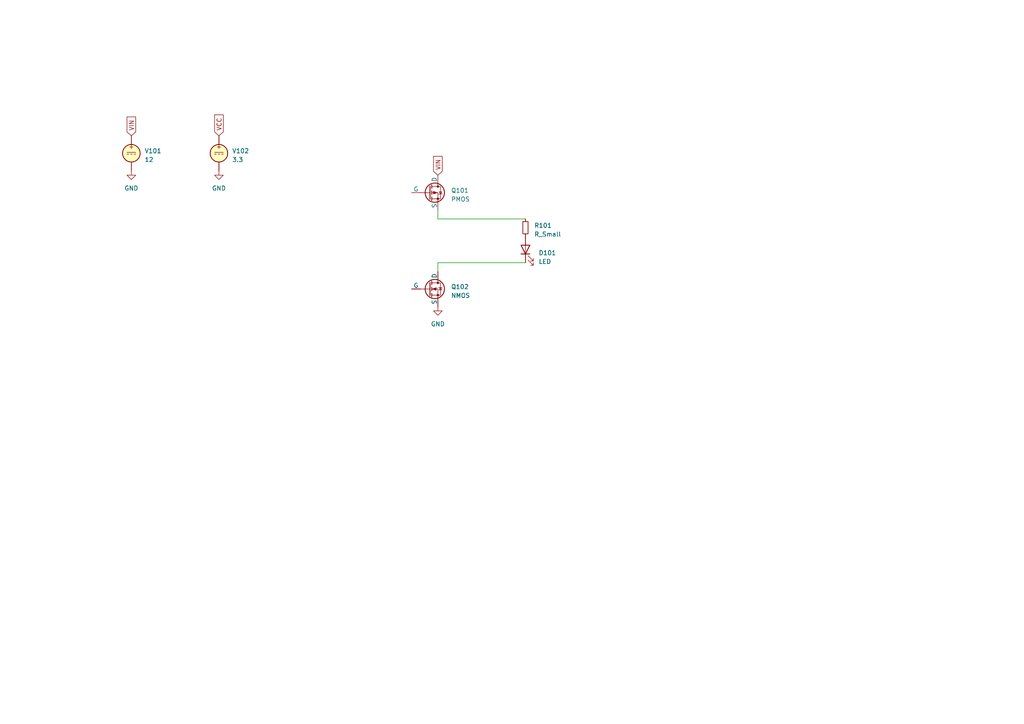
<source format=kicad_sch>
(kicad_sch (version 20230121) (generator eeschema)
  (paper "A4")
  (lib_symbols
    (symbol "Device:LED" (pin_numbers hide) (pin_names (offset 1.016) hide)
      (property "Reference" "D" (at 0 2.54 0))
      (property "Value" "LED" (at 0 -2.54 0))
      (symbol "LED_0_1"
        (polyline (pts (xy -1.27 -1.27) (xy -1.27 1.27)) (stroke (width 0.254)))
        (polyline (pts (xy -1.27 0) (xy 1.27 0)))
        (polyline (pts (xy 1.27 -1.27) (xy 1.27 1.27) (xy -1.27 0) (xy 1.27 -1.27)) (stroke (width 0.254)))
        (polyline (pts (xy -3.048 -0.762) (xy -4.572 -2.286) (xy -3.81 -2.286) (xy -4.572 -2.286) (xy -4.572 -1.524)))
        (polyline (pts (xy -1.778 -0.762) (xy -3.302 -2.286) (xy -2.54 -2.286) (xy -3.302 -2.286) (xy -3.302 -1.524)))
      )
      (symbol "LED_1_1"
        (pin passive line (at -3.81 0 0) (length 2.54) (name "K") (number "1"))
        (pin passive line (at 3.81 0 180) (length 2.54) (name "A") (number "2"))
      )
    )
    (symbol "Device:R_Small" (pin_numbers hide) (pin_names (offset 0.254) hide)
      (property "Reference" "R" (at 0.762 0.508 0))
      (property "Value" "R_Small" (at 0.762 -1.016 0))
      (symbol "R_Small_0_1"
        (rectangle (start -0.762 1.778) (end 0.762 -1.778) (stroke (width 0.2032)))
      )
      (symbol "R_Small_1_1"
        (pin passive line (at 0 2.54 270) (length 0.762) (name "~") (number "1"))
        (pin passive line (at 0 -2.54 90) (length 0.762) (name "~") (number "2"))
      )
    )
    (symbol "Simulation_SPICE:NMOS" (pin_numbers hide) (pin_names (offset 0))
      (property "Reference" "Q" (at 5.08 1.27 0))
      (property "Value" "NMOS" (at 5.08 -1.27 0))
      (symbol "NMOS_0_1"
        (polyline (pts (xy 0.254 0) (xy -2.54 0)))
        (polyline (pts (xy 0.254 1.905) (xy 0.254 -1.905)) (stroke (width 0.254)))
        (polyline (pts (xy 0.762 -1.27) (xy 0.762 -2.286)) (stroke (width 0.254)))
        (polyline (pts (xy 0.762 0.508) (xy 0.762 -0.508)) (stroke (width 0.254)))
        (polyline (pts (xy 0.762 2.286) (xy 0.762 1.27)) (stroke (width 0.254)))
        (polyline (pts (xy 2.54 2.54) (xy 2.54 1.778)))
        (polyline (pts (xy 2.54 -2.54) (xy 2.54 0) (xy 0.762 0)))
        (polyline (pts (xy 0.762 -1.778) (xy 3.302 -1.778) (xy 3.302 1.778) (xy 0.762 1.778)))
        (polyline (pts (xy 1.016 0) (xy 2.032 0.381) (xy 2.032 -0.381) (xy 1.016 0)) (fill (type outline)))
        (polyline (pts (xy 2.794 0.508) (xy 2.921 0.381) (xy 3.683 0.381) (xy 3.81 0.254)))
        (polyline (pts (xy 3.302 0.381) (xy 2.921 -0.254) (xy 3.683 -0.254) (xy 3.302 0.381)))
        (circle (center 1.651 0) (radius 2.794) (stroke (width 0.254)))
        (circle (center 2.54 -1.778) (radius 0.254) (fill (type outline)))
        (circle (center 2.54 1.778) (radius 0.254) (fill (type outline)))
      )
      (symbol "NMOS_1_1"
        (pin passive line (at 2.54 5.08 270) (length 2.54) (name "D") (number "1"))
        (pin input line (at -5.08 0 0) (length 2.54) (name "G") (number "2"))
        (pin passive line (at 2.54 -5.08 90) (length 2.54) (name "S") (number "3"))
      )
    )
    (symbol "Simulation_SPICE:PMOS" (pin_numbers hide) (pin_names (offset 0))
      (property "Reference" "Q" (at 5.08 1.27 0))
      (property "Value" "PMOS" (at 5.08 -1.27 0))
      (symbol "PMOS_0_1"
        (polyline (pts (xy 0.254 0) (xy -2.54 0)))
        (polyline (pts (xy 0.254 1.905) (xy 0.254 -1.905)) (stroke (width 0.254)))
        (polyline (pts (xy 0.762 -1.27) (xy 0.762 -2.286)) (stroke (width 0.254)))
        (polyline (pts (xy 0.762 0.508) (xy 0.762 -0.508)) (stroke (width 0.254)))
        (polyline (pts (xy 0.762 2.286) (xy 0.762 1.27)) (stroke (width 0.254)))
        (polyline (pts (xy 2.54 2.54) (xy 2.54 1.778)))
        (polyline (pts (xy 2.54 -2.54) (xy 2.54 0) (xy 0.762 0)))
        (polyline (pts (xy 0.762 1.778) (xy 3.302 1.778) (xy 3.302 -1.778) (xy 0.762 -1.778)))
        (polyline (pts (xy 2.286 0) (xy 1.27 0.381) (xy 1.27 -0.381) (xy 2.286 0)) (fill (type outline)))
        (polyline (pts (xy 2.794 -0.508) (xy 2.921 -0.381) (xy 3.683 -0.381) (xy 3.81 -0.254)))
        (polyline (pts (xy 3.302 -0.381) (xy 2.921 0.254) (xy 3.683 0.254) (xy 3.302 -0.381)))
        (circle (center 1.651 0) (radius 2.794) (stroke (width 0.254)))
        (circle (center 2.54 -1.778) (radius 0.254) (fill (type outline)))
        (circle (center 2.54 1.778) (radius 0.254) (fill (type outline)))
      )
      (symbol "PMOS_1_1"
        (pin passive line (at 2.54 5.08 270) (length 2.54) (name "D") (number "1"))
        (pin input line (at -5.08 0 0) (length 2.54) (name "G") (number "2"))
        (pin passive line (at 2.54 -5.08 90) (length 2.54) (name "S") (number "3"))
      )
    )
    (symbol "Simulation_SPICE:VDC" (pin_numbers hide) (pin_names (offset 0.0254))
      (property "Reference" "V" (at 2.54 2.54 0))
      (property "Value" "1" (at 2.54 0 0))
      (symbol "VDC_0_0"
        (polyline (pts (xy -1.27 0.254) (xy 1.27 0.254)))
        (polyline (pts (xy -0.762 -0.254) (xy -1.27 -0.254)))
        (polyline (pts (xy 0.254 -0.254) (xy -0.254 -0.254)))
        (polyline (pts (xy 1.27 -0.254) (xy 0.762 -0.254)))
        (text "+" (at 0 1.905 0) (effects (font (size 1.27 1.27))))
      )
      (symbol "VDC_0_1"
        (circle (center 0 0) (radius 2.54) (stroke (width 0.254)) (fill (type background)))
      )
      (symbol "VDC_1_1"
        (pin passive line (at 0 5.08 270) (length 2.54) (name "~") (number "1"))
        (pin passive line (at 0 -5.08 90) (length 2.54) (name "~") (number "2"))
      )
    )
    (symbol "power:GND" (power) (pin_names (offset 0))
      (property "Value" "GND" (at 0 -3.81 0))
      (symbol "GND_0_1"
        (polyline (pts (xy 0 0) (xy 0 -1.27) (xy 1.27 -1.27) (xy 0 -2.54) (xy -1.27 -1.27) (xy 0 -1.27)))
      )
      (symbol "GND_1_1"
        (pin power_in line (at 0 0 270) (length 0) hide (name "GND") (number "1"))
      )
    )
  )
  (wire (pts (xy 127 76.2) (xy 127 78.74)))
  (wire (pts (xy 152.4 63.5) (xy 127 63.5)))
  (wire (pts (xy 127 63.5) (xy 127 60.96)))
  (wire (pts (xy 152.4 76.2) (xy 127 76.2)))
  (global_label "VIN" (shape input) (at 38.1 39.37 90) (property "Intersheetrefs" "${INTERSHEET_REFS}" (effects hide)))
  (global_label "VIN" (shape input) (at 127 50.8 90) (property "Intersheetrefs" "${INTERSHEET_REFS}" (effects hide)))
  (global_label "VCC" (shape input) (at 63.5 39.37 90) (property "Intersheetrefs" "${INTERSHEET_REFS}" (effects hide)))
  (symbol (lib_id "Simulation_SPICE:NMOS") (at 124.46 83.82 0) (unit 1)
    (property "Reference" "Q102" (at 130.81 83.185 0) (effects (justify left)))
    (property "Value" "NMOS" (at 130.81 85.725 0) (effects (justify left)))
    (property "Datasheet" "https://ngspice.sourceforge.io/docs/ngspice-manual.pdf" (effects hide))
    (property "Sim.Device" "NMOS" (effects hide))
    (property "Sim.Type" "VDMOS" (effects hide))
    (property "Sim.Pins" "1=D 2=G 3=S" (effects hide))
  )
  (symbol (lib_id "Simulation_SPICE:PMOS") (at 124.46 55.88 0) (unit 1)
    (property "Reference" "Q101" (at 130.81 55.245 0) (effects (justify left)))
    (property "Value" "PMOS" (at 130.81 57.785 0) (effects (justify left)))
    (property "Datasheet" "https://ngspice.sourceforge.io/docs/ngspice-manual.pdf" (effects hide))
    (property "Sim.Library" "STD10P6F6_V1.lib" (effects hide))
  )
  (symbol (lib_id "Device:R_Small") (at 152.4 66.04 0) (unit 1)
    (property "Reference" "R101" (at 154.94 65.405 0) (effects (justify left)))
    (property "Value" "R_Small" (at 154.94 67.945 0) (effects (justify left)))
  )
  (symbol (lib_id "power:GND") (at 38.1 49.53 0) (unit 1)
    (property "Reference" "#PWR0101" (effects hide))
    (property "Value" "GND" (at 38.1 54.61 0))
  )
  (symbol (lib_id "power:GND") (at 127 88.9 0) (unit 1)
    (property "Reference" "#PWR0102" (effects hide))
    (property "Value" "GND" (at 127 93.98 0))
  )
  (symbol (lib_id "Device:LED") (at 152.4 72.39 90) (unit 1)
    (property "Reference" "D101" (at 156.21 73.3425 90) (effects (justify right)))
    (property "Value" "LED" (at 156.21 75.8825 90) (effects (justify right)))
  )
  (symbol (lib_id "Simulation_SPICE:VDC") (at 63.5 44.45 0) (unit 1)
    (property "Reference" "V102" (at 67.31 43.7792 0) (effects (justify left)))
    (property "Value" "3.3" (at 67.31 46.3192 0) (effects (justify left)))
    (property "Sim.Pins" "1=+ 2=-" (effects hide))
    (property "Sim.Type" "DC" (effects hide))
    (property "Sim.Device" "V" (effects hide))
  )
  (symbol (lib_id "power:GND") (at 63.5 49.53 0) (unit 1)
    (property "Reference" "#PWR0103" (effects hide))
    (property "Value" "GND" (at 63.5 54.61 0))
  )
  (symbol (lib_id "Simulation_SPICE:VDC") (at 38.1 44.45 0) (unit 1)
    (property "Reference" "V101" (at 41.91 43.7792 0) (effects (justify left)))
    (property "Value" "12" (at 41.91 46.3192 0) (effects (justify left)))
    (property "Sim.Pins" "1=+ 2=-" (effects hide))
    (property "Sim.Type" "DC" (effects hide))
    (property "Sim.Device" "V" (effects hide))
  )
)
</source>
